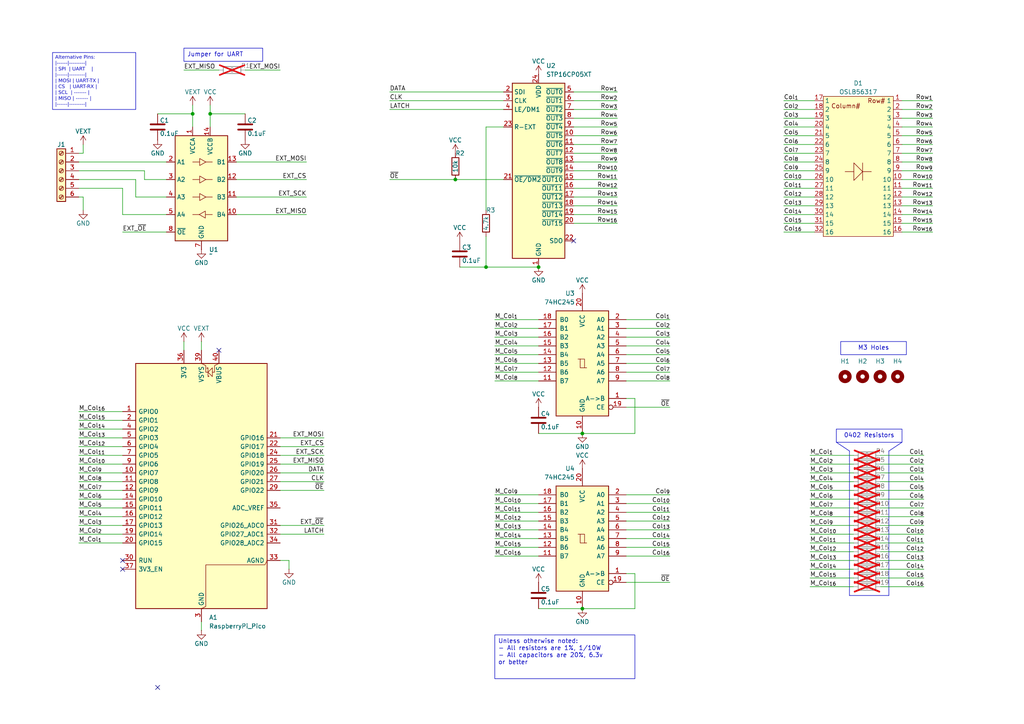
<source format=kicad_sch>
(kicad_sch (version 20231120) (generator "eeschema") (generator_version "8.0")
  (paper "A4")
  (title_block (title "OSLB56317 Driver") (date "2024-12-09") (rev "A") (comment 1 "Jamal Bouajjaj"))
  (lib_symbols
    (symbol "74xx:74HC245" (pin_names (offset 1.016))
      (property "Reference" "U" (at -7.62 16.51 0))
      (property "Value" "74HC245" (at -7.62 -16.51 0))
      (symbol "74HC245_1_0"
        (polyline (pts (xy -0.635 -1.27) (xy -0.635 1.27) (xy 0.635 1.27)))
        (polyline (pts (xy -1.27 -1.27) (xy 0.635 -1.27) (xy 0.635 1.27) (xy 1.27 1.27)))
        (pin input line (at -12.7 -10.16 0) (length 5.08) (name "A->B") (number "1"))
        (pin power_in line (at 0 -20.32 90) (length 5.08) (name "GND") (number "10"))
        (pin tri_state line (at 12.7 -5.08 180) (length 5.08) (name "B7") (number "11"))
        (pin tri_state line (at 12.7 -2.54 180) (length 5.08) (name "B6") (number "12"))
        (pin tri_state line (at 12.7 0 180) (length 5.08) (name "B5") (number "13"))
        (pin tri_state line (at 12.7 2.54 180) (length 5.08) (name "B4") (number "14"))
        (pin tri_state line (at 12.7 5.08 180) (length 5.08) (name "B3") (number "15"))
        (pin tri_state line (at 12.7 7.62 180) (length 5.08) (name "B2") (number "16"))
        (pin tri_state line (at 12.7 10.16 180) (length 5.08) (name "B1") (number "17"))
        (pin tri_state line (at 12.7 12.7 180) (length 5.08) (name "B0") (number "18"))
        (pin input inverted (at -12.7 -12.7 0) (length 5.08) (name "CE") (number "19"))
        (pin tri_state line (at -12.7 12.7 0) (length 5.08) (name "A0") (number "2"))
        (pin power_in line (at 0 20.32 270) (length 5.08) (name "VCC") (number "20"))
        (pin tri_state line (at -12.7 10.16 0) (length 5.08) (name "A1") (number "3"))
        (pin tri_state line (at -12.7 7.62 0) (length 5.08) (name "A2") (number "4"))
        (pin tri_state line (at -12.7 5.08 0) (length 5.08) (name "A3") (number "5"))
        (pin tri_state line (at -12.7 2.54 0) (length 5.08) (name "A4") (number "6"))
        (pin tri_state line (at -12.7 0 0) (length 5.08) (name "A5") (number "7"))
        (pin tri_state line (at -12.7 -2.54 0) (length 5.08) (name "A6") (number "8"))
        (pin tri_state line (at -12.7 -5.08 0) (length 5.08) (name "A7") (number "9"))
      )
      (symbol "74HC245_1_1"
        (rectangle (start -7.62 15.24) (end 7.62 -15.24) (stroke (width 0.254)) (fill (type background)))
      )
    )
    (symbol "Connector:Screw_Terminal_01x06" (pin_names (offset 1.016) hide)
      (property "Reference" "J" (at 0 7.62 0))
      (property "Value" "Screw_Terminal_01x06" (at 0 -10.16 0))
      (symbol "Screw_Terminal_01x06_1_1"
        (rectangle (start -1.27 6.35) (end 1.27 -8.89) (stroke (width 0.254)) (fill (type background)))
        (circle (center 0 -7.62) (radius 0.635) (stroke (width 0.1524)))
        (circle (center 0 -5.08) (radius 0.635) (stroke (width 0.1524)))
        (circle (center 0 -2.54) (radius 0.635) (stroke (width 0.1524)))
        (polyline (pts (xy -0.5334 -7.2898) (xy 0.3302 -8.128)) (stroke (width 0.1524)))
        (polyline (pts (xy -0.5334 -4.7498) (xy 0.3302 -5.588)) (stroke (width 0.1524)))
        (polyline (pts (xy -0.5334 -2.2098) (xy 0.3302 -3.048)) (stroke (width 0.1524)))
        (polyline (pts (xy -0.5334 0.3302) (xy 0.3302 -0.508)) (stroke (width 0.1524)))
        (polyline (pts (xy -0.5334 2.8702) (xy 0.3302 2.032)) (stroke (width 0.1524)))
        (polyline (pts (xy -0.5334 5.4102) (xy 0.3302 4.572)) (stroke (width 0.1524)))
        (polyline (pts (xy -0.3556 -7.112) (xy 0.508 -7.9502)) (stroke (width 0.1524)))
        (polyline (pts (xy -0.3556 -4.572) (xy 0.508 -5.4102)) (stroke (width 0.1524)))
        (polyline (pts (xy -0.3556 -2.032) (xy 0.508 -2.8702)) (stroke (width 0.1524)))
        (polyline (pts (xy -0.3556 0.508) (xy 0.508 -0.3302)) (stroke (width 0.1524)))
        (polyline (pts (xy -0.3556 3.048) (xy 0.508 2.2098)) (stroke (width 0.1524)))
        (polyline (pts (xy -0.3556 5.588) (xy 0.508 4.7498)) (stroke (width 0.1524)))
        (circle (center 0 0) (radius 0.635) (stroke (width 0.1524)))
        (circle (center 0 2.54) (radius 0.635) (stroke (width 0.1524)))
        (circle (center 0 5.08) (radius 0.635) (stroke (width 0.1524)))
        (pin passive line (at -5.08 5.08 0) (length 3.81) (name "Pin_1") (number "1"))
        (pin passive line (at -5.08 2.54 0) (length 3.81) (name "Pin_2") (number "2"))
        (pin passive line (at -5.08 0 0) (length 3.81) (name "Pin_3") (number "3"))
        (pin passive line (at -5.08 -2.54 0) (length 3.81) (name "Pin_4") (number "4"))
        (pin passive line (at -5.08 -5.08 0) (length 3.81) (name "Pin_5") (number "5"))
        (pin passive line (at -5.08 -7.62 0) (length 3.81) (name "Pin_6") (number "6"))
      )
    )
    (symbol "Device:C" (pin_numbers hide) (pin_names (offset 0.254))
      (property "Reference" "C" (at 0.635 2.54 0))
      (property "Value" "C" (at 0.635 -2.54 0))
      (symbol "C_0_1"
        (polyline (pts (xy -2.032 -0.762) (xy 2.032 -0.762)) (stroke (width 0.508)))
        (polyline (pts (xy -2.032 0.762) (xy 2.032 0.762)) (stroke (width 0.508)))
      )
      (symbol "C_1_1"
        (pin passive line (at 0 3.81 270) (length 2.794) (name "~") (number "1"))
        (pin passive line (at 0 -3.81 90) (length 2.794) (name "~") (number "2"))
      )
    )
    (symbol "Device:R" (pin_numbers hide) (pin_names (offset 0))
      (property "Reference" "R" (at 2.032 0 90))
      (property "Value" "R" (at 0 0 90))
      (symbol "R_0_1"
        (rectangle (start -1.016 -2.54) (end 1.016 2.54) (stroke (width 0.254)))
      )
      (symbol "R_1_1"
        (pin passive line (at 0 3.81 270) (length 1.27) (name "~") (number "1"))
        (pin passive line (at 0 -3.81 90) (length 1.27) (name "~") (number "2"))
      )
    )
    (symbol "Driver_LED:STP16CP05XT"
      (property "Reference" "U" (at -7.62 26.67 0))
      (property "Value" "STP16CP05XT" (at 1.27 26.67 0))
      (symbol "STP16CP05XT_0_1"
        (rectangle (start -7.62 25.4) (end 7.62 -25.4) (stroke (width 0.254)) (fill (type background)))
      )
      (symbol "STP16CP05XT_1_1"
        (pin power_in line (at 0 -27.94 90) (length 2.54) (name "GND") (number "1"))
        (pin output line (at 10.16 10.16 180) (length 2.54) (name "~{OUT5}") (number "10"))
        (pin output line (at 10.16 7.62 180) (length 2.54) (name "~{OUT6}") (number "11"))
        (pin output line (at 10.16 5.08 180) (length 2.54) (name "~{OUT7}") (number "12"))
        (pin output line (at 10.16 2.54 180) (length 2.54) (name "~{OUT8}") (number "13"))
        (pin output line (at 10.16 0 180) (length 2.54) (name "~{OUT9}") (number "14"))
        (pin output line (at 10.16 -2.54 180) (length 2.54) (name "~{OUT10}") (number "15"))
        (pin output line (at 10.16 -5.08 180) (length 2.54) (name "~{OUT11}") (number "16"))
        (pin output line (at 10.16 -7.62 180) (length 2.54) (name "~{OUT12}") (number "17"))
        (pin output line (at 10.16 -10.16 180) (length 2.54) (name "~{OUT13}") (number "18"))
        (pin output line (at 10.16 -12.7 180) (length 2.54) (name "~{OUT14}") (number "19"))
        (pin input line (at -10.16 22.86 0) (length 2.54) (name "SDI") (number "2"))
        (pin output line (at 10.16 -15.24 180) (length 2.54) (name "~{OUT15}") (number "20"))
        (pin input line (at -10.16 -2.54 0) (length 2.54) (name "~{OE/DM2}") (number "21"))
        (pin output line (at 10.16 -20.32 180) (length 2.54) (name "SDO") (number "22"))
        (pin passive line (at -10.16 12.7 0) (length 2.54) (name "R-EXT") (number "23"))
        (pin power_in line (at 0 27.94 270) (length 2.54) (name "VDD") (number "24"))
        (pin passive line (at 0 -27.94 90) (length 2.54) hide (name "GND") (number "25"))
        (pin input line (at -10.16 20.32 0) (length 2.54) (name "CLK") (number "3"))
        (pin input line (at -10.16 17.78 0) (length 2.54) (name "LE/DM1") (number "4"))
        (pin output line (at 10.16 22.86 180) (length 2.54) (name "~{OUT0}") (number "5"))
        (pin output line (at 10.16 20.32 180) (length 2.54) (name "~{OUT1}") (number "6"))
        (pin output line (at 10.16 17.78 180) (length 2.54) (name "~{OUT2}") (number "7"))
        (pin output line (at 10.16 15.24 180) (length 2.54) (name "~{OUT3}") (number "8"))
        (pin output line (at 10.16 12.7 180) (length 2.54) (name "~{OUT4}") (number "9"))
      )
    )
    (symbol "MCU_Module_RaspberryPi_Pico:RaspberryPi_Pico" (pin_names (offset 0.762))
      (property "Reference" "A" (at -19.05 38.1 0))
      (property "Value" "RaspberryPi_Pico" (at 7.62 38.1 0))
      (symbol "RaspberryPi_Pico_0_1"
        (rectangle (start -19.05 36.83) (end 19.05 -34.29) (stroke (width 0.254)) (fill (type background)))
        (polyline (pts (xy 0 36.83) (xy 1.27 36.195) (xy 1.27 34.29) (xy 1.905 34.29)))
        (polyline (pts (xy 1.905 34.29) (xy 3.175 35.56) (xy 3.175 33.02) (xy 1.905 34.29)))
        (polyline (pts (xy 5.08 36.83) (xy 3.81 36.195) (xy 3.81 34.29) (xy 3.175 34.29)))
        (polyline (pts (xy 0 -34.29) (xy 1.27 -33.655) (xy 1.27 -21.59) (xy 18.415 -21.59) (xy 19.05 -20.32)))
        (polyline (pts (xy 1.651 35.306) (xy 1.651 35.56) (xy 1.905 35.56) (xy 1.905 33.02) (xy 2.159 33.02) (xy 2.159 33.274)))
      )
      (symbol "RaspberryPi_Pico_1_1"
        (pin bidirectional line (at -22.86 22.86 0) (length 3.81) (name "GPIO0") (number "1"))
        (pin bidirectional line (at -22.86 5.08 0) (length 3.81) (name "GPIO7") (number "10"))
        (pin bidirectional line (at -22.86 2.54 0) (length 3.81) (name "GPIO8") (number "11"))
        (pin bidirectional line (at -22.86 0 0) (length 3.81) (name "GPIO9") (number "12"))
        (pin passive line (at 0 -38.1 90) (length 3.81) hide (name "GND") (number "13"))
        (pin bidirectional line (at -22.86 -2.54 0) (length 3.81) (name "GPIO10") (number "14"))
        (pin bidirectional line (at -22.86 -5.08 0) (length 3.81) (name "GPIO11") (number "15"))
        (pin bidirectional line (at -22.86 -7.62 0) (length 3.81) (name "GPIO12") (number "16"))
        (pin bidirectional line (at -22.86 -10.16 0) (length 3.81) (name "GPIO13") (number "17"))
        (pin passive line (at 0 -38.1 90) (length 3.81) hide (name "GND") (number "18"))
        (pin bidirectional line (at -22.86 -12.7 0) (length 3.81) (name "GPIO14") (number "19"))
        (pin bidirectional line (at -22.86 20.32 0) (length 3.81) (name "GPIO1") (number "2"))
        (pin bidirectional line (at -22.86 -15.24 0) (length 3.81) (name "GPIO15") (number "20"))
        (pin bidirectional line (at 22.86 15.24 180) (length 3.81) (name "GPIO16") (number "21"))
        (pin bidirectional line (at 22.86 12.7 180) (length 3.81) (name "GPIO17") (number "22"))
        (pin passive line (at 0 -38.1 90) (length 3.81) hide (name "GND") (number "23"))
        (pin bidirectional line (at 22.86 10.16 180) (length 3.81) (name "GPIO18") (number "24"))
        (pin bidirectional line (at 22.86 7.62 180) (length 3.81) (name "GPIO19") (number "25"))
        (pin bidirectional line (at 22.86 5.08 180) (length 3.81) (name "GPIO20") (number "26"))
        (pin bidirectional line (at 22.86 2.54 180) (length 3.81) (name "GPIO21") (number "27"))
        (pin passive line (at 0 -38.1 90) (length 3.81) hide (name "GND") (number "28"))
        (pin bidirectional line (at 22.86 0 180) (length 3.81) (name "GPIO22") (number "29"))
        (pin power_out line (at 0 -38.1 90) (length 3.81) (name "GND") (number "3"))
        (pin input line (at -22.86 -20.32 0) (length 3.81) (name "RUN") (number "30"))
        (pin bidirectional line (at 22.86 -10.16 180) (length 3.81) (name "GPIO26_ADC0") (number "31"))
        (pin bidirectional line (at 22.86 -12.7 180) (length 3.81) (name "GPIO27_ADC1") (number "32"))
        (pin power_out line (at 22.86 -20.32 180) (length 3.81) (name "AGND") (number "33"))
        (pin bidirectional line (at 22.86 -15.24 180) (length 3.81) (name "GPIO28_ADC2") (number "34"))
        (pin power_in line (at 22.86 -5.08 180) (length 3.81) (name "ADC_VREF") (number "35"))
        (pin power_out line (at -5.08 40.64 270) (length 3.81) (name "3V3") (number "36"))
        (pin input line (at -22.86 -22.86 0) (length 3.81) (name "3V3_EN") (number "37"))
        (pin passive line (at 0 -38.1 90) (length 3.81) hide (name "GND") (number "38"))
        (pin power_in line (at 0 40.64 270) (length 3.81) (name "VSYS") (number "39"))
        (pin bidirectional line (at -22.86 17.78 0) (length 3.81) (name "GPIO2") (number "4"))
        (pin power_out line (at 5.08 40.64 270) (length 3.81) (name "VBUS") (number "40"))
        (pin bidirectional line (at -22.86 15.24 0) (length 3.81) (name "GPIO3") (number "5"))
        (pin bidirectional line (at -22.86 12.7 0) (length 3.81) (name "GPIO4") (number "6"))
        (pin bidirectional line (at -22.86 10.16 0) (length 3.81) (name "GPIO5") (number "7"))
        (pin passive line (at 0 -38.1 90) (length 3.81) hide (name "GND") (number "8"))
        (pin bidirectional line (at -22.86 7.62 0) (length 3.81) (name "GPIO6") (number "9"))
      )
    )
    (symbol "Mechanical:MountingHole" (pin_names (offset 1.016)) (exclude_from_sim yes) (in_bom no)
      (property "Reference" "H" (at 0 5.08 0))
      (property "Value" "MountingHole" (at 0 3.175 0))
      (symbol "MountingHole_0_1"
        (circle (center 0 0) (radius 1.27) (stroke (width 1.27)))
      )
    )
    (symbol "ProjectLib:OSLB56317"
      (property "Reference" "D" (at -9.144 25.146 0))
      (symbol "OSLB56317_0_1"
        (polyline (pts (xy -1.27 2.286) (xy -3.81 2.286)))
        (polyline (pts (xy 1.27 2.286) (xy 3.81 2.286)))
        (polyline (pts (xy 1.27 4.826) (xy 1.27 -0.254)))
        (polyline (pts (xy 1.27 2.286) (xy -1.27 4.826) (xy -1.27 -0.254) (xy 1.27 2.286)))
      )
      (symbol "OSLB56317_1_1"
        (rectangle (start -10.16 24.13) (end 10.16 -16.51) (fill (type background)))
        (text "Column#" (at -7.874 21.336 0) (effects (font (size 1.27 1.27)) (justify left)))
        (text "Row#" (at 7.874 22.86 0) (effects (font (size 1.27 1.27)) (justify right)))
        (pin unspecified line (at 12.7 22.86 180) (length 2.54) (name "1") (number "1"))
        (pin unspecified line (at 12.7 0 180) (length 2.54) (name "10") (number "10"))
        (pin unspecified line (at 12.7 -2.54 180) (length 2.54) (name "11") (number "11"))
        (pin unspecified line (at 12.7 -5.08 180) (length 2.54) (name "12") (number "12"))
        (pin unspecified line (at 12.7 -7.62 180) (length 2.54) (name "13") (number "13"))
        (pin unspecified line (at 12.7 -10.16 180) (length 2.54) (name "14") (number "14"))
        (pin unspecified line (at 12.7 -12.7 180) (length 2.54) (name "15") (number "15"))
        (pin unspecified line (at 12.7 -15.24 180) (length 2.54) (name "16") (number "16"))
        (pin unspecified line (at -12.7 22.86 0) (length 2.54) (name "1") (number "17"))
        (pin unspecified line (at -12.7 20.32 0) (length 2.54) (name "2") (number "18"))
        (pin unspecified line (at -12.7 17.78 0) (length 2.54) (name "3") (number "19"))
        (pin unspecified line (at 12.7 20.32 180) (length 2.54) (name "2") (number "2"))
        (pin unspecified line (at -12.7 15.24 0) (length 2.54) (name "4") (number "20"))
        (pin unspecified line (at -12.7 12.7 0) (length 2.54) (name "5") (number "21"))
        (pin unspecified line (at -12.7 10.16 0) (length 2.54) (name "6") (number "22"))
        (pin unspecified line (at -12.7 7.62 0) (length 2.54) (name "7") (number "23"))
        (pin unspecified line (at -12.7 5.08 0) (length 2.54) (name "8") (number "24"))
        (pin unspecified line (at -12.7 2.54 0) (length 2.54) (name "9") (number "25"))
        (pin unspecified line (at -12.7 0 0) (length 2.54) (name "10") (number "26"))
        (pin unspecified line (at -12.7 -2.54 0) (length 2.54) (name "11") (number "27"))
        (pin unspecified line (at -12.7 -5.08 0) (length 2.54) (name "12") (number "28"))
        (pin unspecified line (at -12.7 -7.62 0) (length 2.54) (name "13") (number "29"))
        (pin unspecified line (at 12.7 17.78 180) (length 2.54) (name "3") (number "3"))
        (pin unspecified line (at -12.7 -10.16 0) (length 2.54) (name "14") (number "30"))
        (pin unspecified line (at -12.7 -12.7 0) (length 2.54) (name "15") (number "31"))
        (pin unspecified line (at -12.7 -15.24 0) (length 2.54) (name "16") (number "32"))
        (pin unspecified line (at 12.7 15.24 180) (length 2.54) (name "4") (number "4"))
        (pin unspecified line (at 12.7 12.7 180) (length 2.54) (name "5") (number "5"))
        (pin unspecified line (at 12.7 10.16 180) (length 2.54) (name "6") (number "6"))
        (pin unspecified line (at 12.7 7.62 180) (length 2.54) (name "7") (number "7"))
        (pin unspecified line (at 12.7 5.08 180) (length 2.54) (name "8") (number "8"))
        (pin unspecified line (at 12.7 2.54 180) (length 2.54) (name "9") (number "9"))
      )
    )
    (symbol "ProjectLib:TXU0304PWR"
      (property "Reference" "U" (at 6.858 16.256 0))
      (symbol "TXU0304PWR_0_1"
        (rectangle (start -7.62 15.24) (end 7.62 -15.24) (stroke (width 0.254)) (fill (type background)))
        (polyline (pts (xy -2.54 -2.54) (xy -0.635 -2.54)))
        (polyline (pts (xy -2.54 2.54) (xy -0.635 2.54)))
        (polyline (pts (xy -2.54 7.62) (xy -0.635 7.62)))
        (polyline (pts (xy -0.635 -7.62) (xy -2.54 -7.62)))
        (polyline (pts (xy 1.27 -2.54) (xy 3.175 -2.54)))
        (polyline (pts (xy 1.27 2.54) (xy 3.175 2.54)))
        (polyline (pts (xy 1.27 7.62) (xy 3.175 7.62)))
        (polyline (pts (xy 3.175 -7.62) (xy 1.27 -7.62)))
        (polyline (pts (xy -0.635 -7.62) (xy 1.143 -6.604) (xy 1.143 -8.636) (xy -0.635 -7.62)))
        (polyline (pts (xy 1.27 -2.54) (xy -0.508 -3.556) (xy -0.508 -1.524) (xy 1.27 -2.54)))
        (polyline (pts (xy 1.27 2.54) (xy -0.508 1.524) (xy -0.508 3.556) (xy 1.27 2.54)))
        (polyline (pts (xy 1.27 7.62) (xy -0.508 6.604) (xy -0.508 8.636) (xy 1.27 7.62)))
      )
      (symbol "TXU0304PWR_1_1"
        (pin power_in line (at -2.54 17.78 270) (length 2.54) (name "VCCA") (number "1"))
        (pin input line (at 10.16 -7.62 180) (length 2.54) (name "B4") (number "10"))
        (pin output line (at 10.16 -2.54 180) (length 2.54) (name "B3") (number "11"))
        (pin output line (at 10.16 2.54 180) (length 2.54) (name "B2") (number "12"))
        (pin output line (at 10.16 7.62 180) (length 2.54) (name "B1") (number "13"))
        (pin power_in line (at 2.54 17.78 270) (length 2.54) (name "VCCB") (number "14"))
        (pin input line (at -10.16 7.62 0) (length 2.54) (name "A1") (number "2"))
        (pin input line (at -10.16 2.54 0) (length 2.54) (name "A2") (number "3"))
        (pin input line (at -10.16 -2.54 0) (length 2.54) (name "A3") (number "4"))
        (pin output line (at -10.16 -7.62 0) (length 2.54) (name "A4") (number "5"))
        (pin no_connect line (at 10.16 -12.7 180) (length 2.54) hide (name "NC") (number "6"))
        (pin power_in line (at 0 -17.78 90) (length 2.54) (name "GND") (number "7"))
        (pin input line (at -10.16 -12.7 0) (length 2.54) (name "~{OE}") (number "8"))
        (pin no_connect line (at 10.16 -12.7 180) (length 2.54) hide (name "NC") (number "9"))
      )
    )
    (symbol "power:+5V" (power) (pin_numbers hide) (pin_names (offset 0) hide)
      (property "Value" "+5V" (at 0 3.556 0))
      (symbol "+5V_0_1"
        (polyline (pts (xy -0.762 1.27) (xy 0 2.54)))
        (polyline (pts (xy 0 0) (xy 0 2.54)))
        (polyline (pts (xy 0 2.54) (xy 0.762 1.27)))
      )
      (symbol "+5V_1_1"
        (pin power_in line (at 0 0 90) (length 0) (name "~") (number "1"))
      )
    )
    (symbol "power:GND" (power) (pin_numbers hide) (pin_names (offset 0) hide)
      (property "Value" "GND" (at 0 -3.81 0))
      (symbol "GND_0_1"
        (polyline (pts (xy 0 0) (xy 0 -1.27) (xy 1.27 -1.27) (xy 0 -2.54) (xy -1.27 -1.27) (xy 0 -1.27)))
      )
      (symbol "GND_1_1"
        (pin power_in line (at 0 0 270) (length 0) (name "~") (number "1"))
      )
    )
    (symbol "power:VCC" (power) (pin_numbers hide) (pin_names (offset 0) hide)
      (property "Value" "VCC" (at 0 3.556 0))
      (symbol "VCC_0_1"
        (polyline (pts (xy -0.762 1.27) (xy 0 2.54)))
        (polyline (pts (xy 0 0) (xy 0 2.54)))
        (polyline (pts (xy 0 2.54) (xy 0.762 1.27)))
      )
      (symbol "VCC_1_1"
        (pin power_in line (at 0 0 90) (length 0) (name "~") (number "1"))
      )
    )
  )
  (junction (at 156.21 77.47))
  (junction (at 60.96 33.02))
  (junction (at 168.91 176.53))
  (junction (at 140.97 77.47))
  (junction (at 132.08 52.07))
  (junction (at 168.91 125.73))
  (junction (at 55.88 33.02))
  (no_connect (at 45.72 199.39))
  (no_connect (at 63.5 101.6))
  (no_connect (at 35.56 162.56))
  (no_connect (at 35.56 165.1))
  (no_connect (at 166.37 69.85))
  (wire (pts (xy 227.33 39.37) (xy 236.22 39.37)))
  (wire (pts (xy 255.27 167.64) (xy 267.97 167.64)))
  (wire (pts (xy 184.15 125.73) (xy 184.15 115.57)))
  (wire (pts (xy 166.37 49.53) (xy 179.07 49.53)))
  (wire (pts (xy 184.15 166.37) (xy 181.61 166.37)))
  (wire (pts (xy 140.97 60.96) (xy 140.97 36.83)))
  (wire (pts (xy 181.61 105.41) (xy 194.31 105.41)))
  (wire (pts (xy 35.56 134.62) (xy 22.86 134.62)))
  (wire (pts (xy 22.86 44.45) (xy 24.13 44.45)))
  (wire (pts (xy 68.58 46.99) (xy 88.9 46.99)))
  (wire (pts (xy 41.91 49.53) (xy 41.91 52.07)))
  (wire (pts (xy 181.61 161.29) (xy 194.31 161.29)))
  (wire (pts (xy 68.58 52.07) (xy 88.9 52.07)))
  (wire (pts (xy 55.88 30.48) (xy 55.88 33.02)))
  (wire (pts (xy 81.28 154.94) (xy 93.98 154.94)))
  (wire (pts (xy 166.37 36.83) (xy 179.07 36.83)))
  (wire (pts (xy 227.33 62.23) (xy 236.22 62.23)))
  (wire (pts (xy 227.33 49.53) (xy 236.22 49.53)))
  (wire (pts (xy 247.65 162.56) (xy 234.95 162.56)))
  (wire (pts (xy 156.21 151.13) (xy 143.51 151.13)))
  (wire (pts (xy 113.03 29.21) (xy 146.05 29.21)))
  (wire (pts (xy 181.61 153.67) (xy 194.31 153.67)))
  (wire (pts (xy 255.27 149.86) (xy 267.97 149.86)))
  (polyline (pts (xy 257.81 172.72) (xy 257.81 130.81)))
  (wire (pts (xy 81.28 152.4) (xy 93.98 152.4)))
  (wire (pts (xy 113.03 31.75) (xy 146.05 31.75)))
  (wire (pts (xy 156.21 97.79) (xy 143.51 97.79)))
  (wire (pts (xy 58.42 99.06) (xy 58.42 101.6)))
  (wire (pts (xy 53.34 20.32) (xy 63.5 20.32)))
  (wire (pts (xy 45.72 33.02) (xy 55.88 33.02)))
  (wire (pts (xy 48.26 67.31) (xy 35.56 67.31)))
  (wire (pts (xy 35.56 54.61) (xy 35.56 62.23)))
  (wire (pts (xy 68.58 57.15) (xy 88.9 57.15)))
  (wire (pts (xy 261.62 41.91) (xy 270.51 41.91)))
  (wire (pts (xy 194.31 168.91) (xy 181.61 168.91)))
  (wire (pts (xy 255.27 170.18) (xy 267.97 170.18)))
  (wire (pts (xy 41.91 52.07) (xy 48.26 52.07)))
  (wire (pts (xy 35.56 129.54) (xy 22.86 129.54)))
  (wire (pts (xy 166.37 34.29) (xy 179.07 34.29)))
  (wire (pts (xy 166.37 29.21) (xy 179.07 29.21)))
  (wire (pts (xy 156.21 105.41) (xy 143.51 105.41)))
  (wire (pts (xy 133.35 77.47) (xy 140.97 77.47)))
  (wire (pts (xy 83.82 165.1) (xy 83.82 162.56)))
  (wire (pts (xy 156.21 95.25) (xy 143.51 95.25)))
  (wire (pts (xy 81.28 139.7) (xy 93.98 139.7)))
  (wire (pts (xy 184.15 115.57) (xy 181.61 115.57)))
  (wire (pts (xy 247.65 134.62) (xy 234.95 134.62)))
  (wire (pts (xy 132.08 52.07) (xy 146.05 52.07)))
  (wire (pts (xy 181.61 95.25) (xy 194.31 95.25)))
  (wire (pts (xy 247.65 167.64) (xy 234.95 167.64)))
  (wire (pts (xy 113.03 52.07) (xy 132.08 52.07)))
  (wire (pts (xy 247.65 144.78) (xy 234.95 144.78)))
  (wire (pts (xy 261.62 67.31) (xy 270.51 67.31)))
  (wire (pts (xy 181.61 151.13) (xy 194.31 151.13)))
  (wire (pts (xy 68.58 62.23) (xy 88.9 62.23)))
  (wire (pts (xy 227.33 41.91) (xy 236.22 41.91)))
  (wire (pts (xy 166.37 26.67) (xy 179.07 26.67)))
  (wire (pts (xy 181.61 110.49) (xy 194.31 110.49)))
  (wire (pts (xy 166.37 46.99) (xy 179.07 46.99)))
  (wire (pts (xy 81.28 127) (xy 93.98 127)))
  (wire (pts (xy 261.62 49.53) (xy 270.51 49.53)))
  (wire (pts (xy 261.62 29.21) (xy 270.51 29.21)))
  (wire (pts (xy 181.61 97.79) (xy 194.31 97.79)))
  (wire (pts (xy 35.56 121.92) (xy 22.86 121.92)))
  (wire (pts (xy 247.65 160.02) (xy 234.95 160.02)))
  (wire (pts (xy 166.37 52.07) (xy 179.07 52.07)))
  (wire (pts (xy 261.62 62.23) (xy 270.51 62.23)))
  (wire (pts (xy 140.97 36.83) (xy 146.05 36.83)))
  (wire (pts (xy 22.86 54.61) (xy 35.56 54.61)))
  (wire (pts (xy 71.12 20.32) (xy 81.28 20.32)))
  (wire (pts (xy 156.21 107.95) (xy 143.51 107.95)))
  (wire (pts (xy 60.96 30.48) (xy 60.96 33.02)))
  (wire (pts (xy 53.34 99.06) (xy 53.34 101.6)))
  (wire (pts (xy 35.56 157.48) (xy 22.86 157.48)))
  (wire (pts (xy 22.86 46.99) (xy 48.26 46.99)))
  (wire (pts (xy 255.27 154.94) (xy 267.97 154.94)))
  (wire (pts (xy 247.65 137.16) (xy 234.95 137.16)))
  (wire (pts (xy 261.62 31.75) (xy 270.51 31.75)))
  (wire (pts (xy 81.28 132.08) (xy 93.98 132.08)))
  (wire (pts (xy 247.65 152.4) (xy 234.95 152.4)))
  (wire (pts (xy 261.62 39.37) (xy 270.51 39.37)))
  (wire (pts (xy 227.33 67.31) (xy 236.22 67.31)))
  (wire (pts (xy 255.27 165.1) (xy 267.97 165.1)))
  (wire (pts (xy 227.33 57.15) (xy 236.22 57.15)))
  (wire (pts (xy 181.61 107.95) (xy 194.31 107.95)))
  (wire (pts (xy 181.61 148.59) (xy 194.31 148.59)))
  (wire (pts (xy 22.86 49.53) (xy 41.91 49.53)))
  (wire (pts (xy 166.37 31.75) (xy 179.07 31.75)))
  (wire (pts (xy 181.61 156.21) (xy 194.31 156.21)))
  (wire (pts (xy 81.28 142.24) (xy 93.98 142.24)))
  (wire (pts (xy 227.33 31.75) (xy 236.22 31.75)))
  (wire (pts (xy 35.56 144.78) (xy 22.86 144.78)))
  (wire (pts (xy 22.86 57.15) (xy 24.13 57.15)))
  (wire (pts (xy 227.33 64.77) (xy 236.22 64.77)))
  (wire (pts (xy 181.61 143.51) (xy 194.31 143.51)))
  (wire (pts (xy 247.65 132.08) (xy 234.95 132.08)))
  (wire (pts (xy 140.97 77.47) (xy 156.21 77.47)))
  (wire (pts (xy 255.27 139.7) (xy 267.97 139.7)))
  (wire (pts (xy 181.61 100.33) (xy 194.31 100.33)))
  (wire (pts (xy 247.65 139.7) (xy 234.95 139.7)))
  (wire (pts (xy 35.56 142.24) (xy 22.86 142.24)))
  (wire (pts (xy 35.56 147.32) (xy 22.86 147.32)))
  (wire (pts (xy 261.62 44.45) (xy 270.51 44.45)))
  (wire (pts (xy 156.21 102.87) (xy 143.51 102.87)))
  (wire (pts (xy 81.28 137.16) (xy 93.98 137.16)))
  (wire (pts (xy 60.96 33.02) (xy 60.96 36.83)))
  (wire (pts (xy 184.15 176.53) (xy 184.15 166.37)))
  (wire (pts (xy 227.33 36.83) (xy 236.22 36.83)))
  (wire (pts (xy 247.65 142.24) (xy 234.95 142.24)))
  (wire (pts (xy 247.65 157.48) (xy 234.95 157.48)))
  (polyline (pts (xy 257.81 130.81) (xy 261.62 128.27)))
  (wire (pts (xy 255.27 134.62) (xy 267.97 134.62)))
  (wire (pts (xy 166.37 39.37) (xy 179.07 39.37)))
  (wire (pts (xy 227.33 59.69) (xy 236.22 59.69)))
  (wire (pts (xy 261.62 59.69) (xy 270.51 59.69)))
  (wire (pts (xy 181.61 146.05) (xy 194.31 146.05)))
  (wire (pts (xy 261.62 36.83) (xy 270.51 36.83)))
  (wire (pts (xy 261.62 57.15) (xy 270.51 57.15)))
  (wire (pts (xy 247.65 170.18) (xy 234.95 170.18)))
  (wire (pts (xy 247.65 147.32) (xy 234.95 147.32)))
  (wire (pts (xy 156.21 92.71) (xy 143.51 92.71)))
  (wire (pts (xy 255.27 137.16) (xy 267.97 137.16)))
  (wire (pts (xy 227.33 54.61) (xy 236.22 54.61)))
  (wire (pts (xy 166.37 41.91) (xy 179.07 41.91)))
  (wire (pts (xy 247.65 149.86) (xy 234.95 149.86)))
  (wire (pts (xy 247.65 154.94) (xy 234.95 154.94)))
  (wire (pts (xy 35.56 152.4) (xy 22.86 152.4)))
  (wire (pts (xy 255.27 144.78) (xy 267.97 144.78)))
  (wire (pts (xy 24.13 44.45) (xy 24.13 41.91)))
  (wire (pts (xy 35.56 137.16) (xy 22.86 137.16)))
  (wire (pts (xy 227.33 46.99) (xy 236.22 46.99)))
  (wire (pts (xy 166.37 59.69) (xy 179.07 59.69)))
  (wire (pts (xy 35.56 139.7) (xy 22.86 139.7)))
  (wire (pts (xy 58.42 180.34) (xy 58.42 182.88)))
  (wire (pts (xy 39.37 57.15) (xy 48.26 57.15)))
  (wire (pts (xy 227.33 34.29) (xy 236.22 34.29)))
  (polyline (pts (xy 242.57 128.27) (xy 246.38 130.81)))
  (wire (pts (xy 39.37 52.07) (xy 39.37 57.15)))
  (wire (pts (xy 156.21 148.59) (xy 143.51 148.59)))
  (wire (pts (xy 166.37 57.15) (xy 179.07 57.15)))
  (wire (pts (xy 156.21 125.73) (xy 168.91 125.73)))
  (wire (pts (xy 261.62 34.29) (xy 270.51 34.29)))
  (wire (pts (xy 227.33 44.45) (xy 236.22 44.45)))
  (wire (pts (xy 35.56 119.38) (xy 22.86 119.38)))
  (wire (pts (xy 35.56 62.23) (xy 48.26 62.23)))
  (wire (pts (xy 140.97 77.47) (xy 140.97 68.58)))
  (wire (pts (xy 227.33 29.21) (xy 236.22 29.21)))
  (wire (pts (xy 255.27 157.48) (xy 267.97 157.48)))
  (wire (pts (xy 227.33 52.07) (xy 236.22 52.07)))
  (wire (pts (xy 261.62 46.99) (xy 270.51 46.99)))
  (wire (pts (xy 35.56 149.86) (xy 22.86 149.86)))
  (wire (pts (xy 156.21 110.49) (xy 143.51 110.49)))
  (wire (pts (xy 261.62 64.77) (xy 270.51 64.77)))
  (wire (pts (xy 247.65 165.1) (xy 234.95 165.1)))
  (wire (pts (xy 166.37 54.61) (xy 179.07 54.61)))
  (polyline (pts (xy 246.38 172.72) (xy 257.81 172.72)))
  (wire (pts (xy 113.03 26.67) (xy 146.05 26.67)))
  (wire (pts (xy 81.28 129.54) (xy 93.98 129.54)))
  (wire (pts (xy 255.27 160.02) (xy 267.97 160.02)))
  (wire (pts (xy 168.91 125.73) (xy 184.15 125.73)))
  (wire (pts (xy 35.56 127) (xy 22.86 127)))
  (wire (pts (xy 255.27 132.08) (xy 267.97 132.08)))
  (wire (pts (xy 60.96 33.02) (xy 71.12 33.02)))
  (wire (pts (xy 166.37 62.23) (xy 179.07 62.23)))
  (wire (pts (xy 83.82 162.56) (xy 81.28 162.56)))
  (wire (pts (xy 24.13 57.15) (xy 24.13 60.96)))
  (wire (pts (xy 35.56 154.94) (xy 22.86 154.94)))
  (wire (pts (xy 35.56 124.46) (xy 22.86 124.46)))
  (wire (pts (xy 35.56 132.08) (xy 22.86 132.08)))
  (wire (pts (xy 255.27 162.56) (xy 267.97 162.56)))
  (wire (pts (xy 156.21 156.21) (xy 143.51 156.21)))
  (wire (pts (xy 156.21 146.05) (xy 143.51 146.05)))
  (wire (pts (xy 181.61 102.87) (xy 194.31 102.87)))
  (wire (pts (xy 168.91 176.53) (xy 184.15 176.53)))
  (wire (pts (xy 156.21 153.67) (xy 143.51 153.67)))
  (wire (pts (xy 156.21 158.75) (xy 143.51 158.75)))
  (wire (pts (xy 181.61 158.75) (xy 194.31 158.75)))
  (wire (pts (xy 194.31 118.11) (xy 181.61 118.11)))
  (wire (pts (xy 261.62 52.07) (xy 270.51 52.07)))
  (wire (pts (xy 156.21 176.53) (xy 168.91 176.53)))
  (wire (pts (xy 166.37 64.77) (xy 179.07 64.77)))
  (wire (pts (xy 81.28 134.62) (xy 93.98 134.62)))
  (wire (pts (xy 156.21 143.51) (xy 143.51 143.51)))
  (wire (pts (xy 55.88 33.02) (xy 55.88 36.83)))
  (wire (pts (xy 181.61 92.71) (xy 194.31 92.71)))
  (wire (pts (xy 255.27 147.32) (xy 267.97 147.32)))
  (wire (pts (xy 22.86 52.07) (xy 39.37 52.07)))
  (polyline (pts (xy 246.38 130.81) (xy 246.38 172.72)))
  (wire (pts (xy 156.21 100.33) (xy 143.51 100.33)))
  (wire (pts (xy 255.27 152.4) (xy 267.97 152.4)))
  (wire (pts (xy 156.21 161.29) (xy 143.51 161.29)))
  (wire (pts (xy 166.37 44.45) (xy 179.07 44.45)))
  (wire (pts (xy 255.27 142.24) (xy 267.97 142.24)))
  (wire (pts (xy 261.62 54.61) (xy 270.51 54.61)))
  (text_box "M3 Holes" (at 243.84 99.06 0) (size 19.05 3.81) (effects (font (size 1.27 1.27)) (justify top)))
  (text_box "Alternative Pins:\n|------|---------|\n| SPI  | UART    |\n|------|---------|\n| MOSI | UART-TX |\n| CS   | UART-RX |\n| SCL  | ------- |\n| MISO | ------- |\n|------|---------|" (at 15.24 15.24 0) (size 24.13 16.51) (effects (font (size 1.016 1.016)) (justify left top)))
  (text_box "Unless otherwise noted:\n- All resistors are 1%, 1/10W\n- All capacitors are 20%, 6.3v\nor better" (at 143.51 184.15 0) (size 40.64 12.7) (effects (font (size 1.27 1.27)) (justify left top)))
  (text_box "0402 Resistors\n" (at 242.57 124.46 0) (size 19.05 3.81) (effects (font (size 1.27 1.27)) (justify top)))
  (text_box "Jumper for UART" (at 53.34 13.97 0) (size 22.86 3.81) (effects (font (size 1.27 1.27)) (justify left top)))
  (label "M_Col_{6}" (at 22.86 144.78 0))
  (label "Col_{6}" (at 267.97 144.78 180))
  (label "Col_{10}" (at 227.33 52.07 0))
  (label "Col_{13}" (at 194.31 153.67 180))
  (label "M_Col_{12}" (at 234.95 160.02 0))
  (label "M_Col_{6}" (at 234.95 144.78 0))
  (label "M_Col_{16}" (at 234.95 170.18 0))
  (label "Row_{8}" (at 270.51 46.99 180))
  (label "Row_{3}" (at 270.51 34.29 180))
  (label "Col_{16}" (at 267.97 170.18 180))
  (label "Col_{15}" (at 194.31 158.75 180))
  (label "M_Col_{5}" (at 22.86 147.32 0))
  (label "M_Col_{8}" (at 234.95 149.86 0))
  (label "Row_{15}" (at 179.07 62.23 180))
  (label "Col_{2}" (at 194.31 95.25 180))
  (label "M_Col_{16}" (at 143.51 161.29 0))
  (label "Row_{13}" (at 270.51 59.69 180))
  (label "M_Col_{13}" (at 143.51 153.67 0))
  (label "CLK" (at 93.98 139.7 180))
  (label "DATA" (at 113.03 26.67 0))
  (label "EXT_MISO" (at 53.34 20.32 0))
  (label "Row_{10}" (at 270.51 52.07 180))
  (label "M_Col_{7}" (at 22.86 142.24 0))
  (label "EXT_SCK" (at 88.9 57.15 180))
  (label "Row_{16}" (at 270.51 67.31 180))
  (label "LATCH" (at 93.98 154.94 180))
  (label "Col_{12}" (at 194.31 151.13 180))
  (label "Col_{3}" (at 267.97 137.16 180))
  (label "Row_{1}" (at 270.51 29.21 180))
  (label "Row_{11}" (at 179.07 52.07 180))
  (label "Row_{2}" (at 270.51 31.75 180))
  (label "Col_{14}" (at 194.31 156.21 180))
  (label "Row_{12}" (at 270.51 57.15 180))
  (label "M_Col_{14}" (at 234.95 165.1 0))
  (label "M_Col_{2}" (at 143.51 95.25 0))
  (label "Row_{7}" (at 270.51 44.45 180))
  (label "EXT_~{OE}" (at 93.98 152.4 180))
  (label "EXT_CS" (at 88.9 52.07 180))
  (label "Col_{16}" (at 227.33 67.31 0))
  (label "M_Col_{15}" (at 234.95 167.64 0))
  (label "Row_{6}" (at 270.51 41.91 180))
  (label "M_Col_{4}" (at 22.86 149.86 0))
  (label "M_Col_{11}" (at 22.86 132.08 0))
  (label "Row_{16}" (at 179.07 64.77 180))
  (label "Col_{4}" (at 194.31 100.33 180))
  (label "M_Col_{9}" (at 143.51 143.51 0))
  (label "M_Col_{14}" (at 22.86 124.46 0))
  (label "EXT_MISO" (at 93.98 134.62 180))
  (label "M_Col_{15}" (at 22.86 121.92 0))
  (label "Col_{2}" (at 227.33 31.75 0))
  (label "M_Col_{13}" (at 22.86 127 0))
  (label "M_Col_{9}" (at 234.95 152.4 0))
  (label "Row_{4}" (at 179.07 34.29 180))
  (label "M_Col_{8}" (at 22.86 139.7 0))
  (label "M_Col_{7}" (at 143.51 107.95 0))
  (label "M_Col_{12}" (at 143.51 151.13 0))
  (label "EXT_MOSI" (at 93.98 127 180))
  (label "~{OE}" (at 113.03 52.07 0))
  (label "M_Col_{2}" (at 234.95 134.62 0))
  (label "M_Col_{1}" (at 143.51 92.71 0))
  (label "LATCH" (at 113.03 31.75 0))
  (label "M_Col_{13}" (at 234.95 162.56 0))
  (label "M_Col_{8}" (at 143.51 110.49 0))
  (label "Col_{15}" (at 267.97 167.64 180))
  (label "M_Col_{6}" (at 143.51 105.41 0))
  (label "Col_{7}" (at 267.97 147.32 180))
  (label "Col_{3}" (at 227.33 34.29 0))
  (label "~{OE}" (at 194.31 118.11 180))
  (label "Col_{5}" (at 267.97 142.24 180))
  (label "Col_{4}" (at 227.33 36.83 0))
  (label "Row_{6}" (at 179.07 39.37 180))
  (label "Col_{11}" (at 227.33 54.61 0))
  (label "M_Col_{10}" (at 234.95 154.94 0))
  (label "Row_{14}" (at 179.07 59.69 180))
  (label "Col_{13}" (at 227.33 59.69 0))
  (label "M_Col_{10}" (at 22.86 134.62 0))
  (label "Row_{11}" (at 270.51 54.61 180))
  (label "Col_{3}" (at 194.31 97.79 180))
  (label "Col_{8}" (at 227.33 46.99 0))
  (label "M_Col_{9}" (at 22.86 137.16 0))
  (label "Col_{1}" (at 267.97 132.08 180))
  (label "Col_{2}" (at 267.97 134.62 180))
  (label "Col_{1}" (at 227.33 29.21 0))
  (label "Row_{2}" (at 179.07 29.21 180))
  (label "Row_{7}" (at 179.07 41.91 180))
  (label "Col_{9}" (at 267.97 152.4 180))
  (label "M_Col_{4}" (at 234.95 139.7 0))
  (label "M_Col_{3}" (at 143.51 97.79 0))
  (label "M_Col_{4}" (at 143.51 100.33 0))
  (label "Col_{6}" (at 227.33 41.91 0))
  (label "M_Col_{11}" (at 143.51 148.59 0))
  (label "Col_{8}" (at 194.31 110.49 180))
  (label "Row_{12}" (at 179.07 54.61 180))
  (label "M_Col_{12}" (at 22.86 129.54 0))
  (label "Col_{11}" (at 194.31 148.59 180))
  (label "Row_{15}" (at 270.51 64.77 180))
  (label "M_Col_{11}" (at 234.95 157.48 0))
  (label "M_Col_{1}" (at 22.86 157.48 0))
  (label "Col_{4}" (at 267.97 139.7 180))
  (label "Col_{13}" (at 267.97 162.56 180))
  (label "EXT_MOSI" (at 81.28 20.32 180))
  (label "Col_{10}" (at 194.31 146.05 180))
  (label "EXT_CS" (at 93.98 129.54 180))
  (label "M_Col_{10}" (at 143.51 146.05 0))
  (label "Col_{5}" (at 194.31 102.87 180))
  (label "~{OE}" (at 194.31 168.91 180))
  (label "Row_{4}" (at 270.51 36.83 180))
  (label "Col_{11}" (at 267.97 157.48 180))
  (label "Row_{10}" (at 179.07 49.53 180))
  (label "Row_{13}" (at 179.07 57.15 180))
  (label "EXT_MISO" (at 88.9 62.23 180))
  (label "M_Col_{1}" (at 234.95 132.08 0))
  (label "~{OE}" (at 93.98 142.24 180))
  (label "Col_{9}" (at 194.31 143.51 180))
  (label "Col_{5}" (at 227.33 39.37 0))
  (label "M_Col_{16}" (at 22.86 119.38 0))
  (label "Col_{14}" (at 267.97 165.1 180))
  (label "M_Col_{5}" (at 234.95 142.24 0))
  (label "Row_{8}" (at 179.07 44.45 180))
  (label "M_Col_{14}" (at 143.51 156.21 0))
  (label "Row_{5}" (at 179.07 36.83 180))
  (label "M_Col_{5}" (at 143.51 102.87 0))
  (label "Col_{7}" (at 194.31 107.95 180))
  (label "EXT_MOSI" (at 88.9 46.99 180))
  (label "Row_{1}" (at 179.07 26.67 180))
  (label "Col_{6}" (at 194.31 105.41 180))
  (label "M_Col_{2}" (at 22.86 154.94 0))
  (label "Row_{9}" (at 270.51 49.53 180))
  (label "Col_{12}" (at 267.97 160.02 180))
  (label "Row_{9}" (at 179.07 46.99 180))
  (label "Col_{10}" (at 267.97 154.94 180))
  (label "Row_{3}" (at 179.07 31.75 180))
  (label "DATA" (at 93.98 137.16 180))
  (label "Col_{9}" (at 227.33 49.53 0))
  (label "Col_{12}" (at 227.33 57.15 0))
  (label "M_Col_{15}" (at 143.51 158.75 0))
  (label "CLK" (at 113.03 29.21 0))
  (label "EXT_~{OE}" (at 35.56 67.31 0))
  (label "M_Col_{3}" (at 234.95 137.16 0))
  (label "M_Col_{3}" (at 22.86 152.4 0))
  (label "Col_{16}" (at 194.31 161.29 180))
  (label "Col_{7}" (at 227.33 44.45 0))
  (label "M_Col_{7}" (at 234.95 147.32 0))
  (label "Col_{14}" (at 227.33 62.23 0))
  (label "Col_{8}" (at 267.97 149.86 180))
  (label "Col_{1}" (at 194.31 92.71 180))
  (label "Row_{5}" (at 270.51 39.37 180))
  (label "Row_{14}" (at 270.51 62.23 180))
  (label "EXT_SCK" (at 93.98 132.08 180))
  (label "Col_{15}" (at 227.33 64.77 0))
  (symbol (lib_id "Device:R") (at 251.46 167.64 90) (unit 1) (dnp yes)
    (property "Reference" "R18" (at 254 166.37 90) (effects (justify right)))
    (property "Value" "0" (at 251.46 167.64 90))
    (property "Footprint" "Resistor_SMD:R_0402_1005Metric" (effects (hide yes)))
    (property "Description" "Resistor" (effects (hide yes)))
  )
  (symbol (lib_id "Device:R") (at 132.08 48.26 0) (unit 1)
    (property "Reference" "R2" (at 132.08 44.45 0) (effects (justify left)))
    (property "Value" "10k" (at 132.08 48.26 90))
    (property "Footprint" "Resistor_SMD:R_0805_2012Metric" (effects (hide yes)))
    (property "Description" "Resistor" (effects (hide yes)))
  )
  (symbol (lib_id "Device:C") (at 156.21 121.92 0) (unit 1)
    (property "Reference" "C4" (at 156.845 120.015 0) (effects (justify left)))
    (property "Value" "0.1uF" (at 156.845 123.825 0) (effects (justify left)))
    (property "Footprint" "Capacitor_SMD:C_0805_2012Metric" (effects (hide yes)))
    (property "Description" "Unpolarized capacitor" (effects (hide yes)))
  )
  (symbol (lib_id "Device:R") (at 251.46 170.18 90) (unit 1) (dnp yes)
    (property "Reference" "R19" (at 254 168.91 90) (effects (justify right)))
    (property "Value" "0" (at 251.46 170.18 90))
    (property "Footprint" "Resistor_SMD:R_0402_1005Metric" (effects (hide yes)))
    (property "Description" "Resistor" (effects (hide yes)))
  )
  (symbol (lib_id "ProjectLib:TXU0304PWR") (at 58.42 54.61 0) (unit 1)
    (property "Reference" "U1" (at 60.6141 72.39 0) (effects (justify left)))
    (property "Value" "~" (at 60.6141 73.66 0) (effects (justify left)))
    (property "Footprint" "Package_SO:TSSOP-14_4.4x5mm_P0.65mm" (effects (hide yes)))
    (property "Datasheet" "https://www.ti.com/lit/ds/symlink/txu0304.pdf" (effects (hide yes)))
  )
  (symbol (lib_id "Device:R") (at 67.31 20.32 90) (unit 1) (dnp yes)
    (property "Reference" "R1" (at 69.85 19.05 90) (effects (justify right)))
    (property "Value" "0" (at 67.31 20.32 90))
    (property "Footprint" "Resistor_SMD:R_0402_1005Metric" (effects (hide yes)))
    (property "Description" "Resistor" (effects (hide yes)))
  )
  (symbol (lib_id "Device:R") (at 140.97 64.77 0) (unit 1)
    (property "Reference" "R3" (at 140.97 60.96 0) (effects (justify left)))
    (property "Value" "4.7k" (at 140.97 64.77 90))
    (property "Footprint" "Resistor_SMD:R_0805_2012Metric" (effects (hide yes)))
    (property "Description" "Resistor" (effects (hide yes)))
  )
  (symbol (lib_id "Device:R") (at 251.46 154.94 90) (unit 1) (dnp yes)
    (property "Reference" "R13" (at 254 153.67 90) (effects (justify right)))
    (property "Value" "0" (at 251.46 154.94 90))
    (property "Footprint" "Resistor_SMD:R_0402_1005Metric" (effects (hide yes)))
    (property "Description" "Resistor" (effects (hide yes)))
  )
  (symbol (lib_id "ProjectLib:OSLB56317") (at 248.92 52.07 0) (unit 1)
    (property "Reference" "D1" (at 248.92 24.13 0))
    (property "Value" "OSLB56317" (at 248.92 26.67 0))
    (property "Footprint" "ProjectLib:OSLB56317-XX" (effects (hide yes)))
  )
  (symbol (lib_id "Mechanical:MountingHole") (at 255.27 109.22 0) (unit 1) (exclude_from_sim yes) (in_bom no)
    (property "Reference" "H3" (at 255.27 104.775 0))
    (property "Value" "MountingHole_Pad" (effects (hide yes)))
    (property "Footprint" "MountingHole:MountingHole_3.2mm_M3" (effects (hide yes)))
    (property "Description" "Mounting Hole without connection" (effects (hide yes)))
  )
  (symbol (lib_id "74xx:74HC245") (at 168.91 105.41 0) (mirror y) (unit 1)
    (property "Reference" "U3" (at 166.7159 85.09 0) (effects (justify left)))
    (property "Value" "74HC245" (at 166.7159 87.63 0) (effects (justify left)))
    (property "Footprint" "Package_SO:TSSOP-20_4.4x6.5mm_P0.65mm" (effects (hide yes)))
    (property "Datasheet" "http://www.ti.com/lit/gpn/sn74HC245" (effects (hide yes)))
    (property "Description" "Octal BUS Transceivers, 3-State outputs" (effects (hide yes)))
  )
  (symbol (lib_id "Device:C") (at 133.35 73.66 0) (unit 1)
    (property "Reference" "C3" (at 133.985 71.755 0) (effects (justify left)))
    (property "Value" "0.1uF" (at 133.985 75.565 0) (effects (justify left)))
    (property "Footprint" "Capacitor_SMD:C_0805_2012Metric" (effects (hide yes)))
    (property "Description" "Unpolarized capacitor" (effects (hide yes)))
  )
  (symbol (lib_id "power:VCC") (at 132.08 44.45 0) (unit 1)
    (property "Reference" "#PWR012" (effects (hide yes)))
    (property "Value" "VCC" (at 132.08 40.64 0))
    (property "Description" "Power symbol creates a global label with name \"VCC\"" (effects (hide yes)))
  )
  (symbol (lib_id "power:GND") (at 58.42 72.39 0) (unit 1)
    (property "Reference" "#PWR06" (effects (hide yes)))
    (property "Value" "GND" (at 58.42 76.2 0))
    (property "Description" "Power symbol creates a global label with name \"GND\" , ground" (effects (hide yes)))
  )
  (symbol (lib_id "Device:R") (at 251.46 139.7 90) (unit 1) (dnp yes)
    (property "Reference" "R7" (at 254 138.43 90) (effects (justify right)))
    (property "Value" "0" (at 251.46 139.7 90))
    (property "Footprint" "Resistor_SMD:R_0402_1005Metric" (effects (hide yes)))
    (property "Description" "Resistor" (effects (hide yes)))
  )
  (symbol (lib_id "Device:C") (at 156.21 172.72 0) (unit 1)
    (property "Reference" "C5" (at 156.845 170.815 0) (effects (justify left)))
    (property "Value" "0.1uF" (at 156.845 174.625 0) (effects (justify left)))
    (property "Footprint" "Capacitor_SMD:C_0805_2012Metric" (effects (hide yes)))
    (property "Description" "Unpolarized capacitor" (effects (hide yes)))
  )
  (symbol (lib_id "Device:C") (at 45.72 36.83 0) (unit 1)
    (property "Reference" "C1" (at 46.355 34.925 0) (effects (justify left)))
    (property "Value" "0.1uF" (at 46.355 38.735 0) (effects (justify left)))
    (property "Footprint" "Capacitor_SMD:C_0805_2012Metric" (effects (hide yes)))
    (property "Description" "Unpolarized capacitor" (effects (hide yes)))
  )
  (symbol (lib_id "power:GND") (at 168.91 176.53 0) (unit 1)
    (property "Reference" "#PWR021" (effects (hide yes)))
    (property "Value" "GND" (at 168.91 180.34 0))
    (property "Description" "Power symbol creates a global label with name \"GND\" , ground" (effects (hide yes)))
  )
  (symbol (lib_id "Device:R") (at 251.46 162.56 90) (unit 1) (dnp yes)
    (property "Reference" "R16" (at 254 161.29 90) (effects (justify right)))
    (property "Value" "0" (at 251.46 162.56 90))
    (property "Footprint" "Resistor_SMD:R_0402_1005Metric" (effects (hide yes)))
    (property "Description" "Resistor" (effects (hide yes)))
  )
  (symbol (lib_id "Device:C") (at 71.12 36.83 0) (unit 1)
    (property "Reference" "C2" (at 71.755 34.925 0) (effects (justify left)))
    (property "Value" "0.1uF" (at 71.755 38.735 0) (effects (justify left)))
    (property "Footprint" "Capacitor_SMD:C_0805_2012Metric" (effects (hide yes)))
    (property "Description" "Unpolarized capacitor" (effects (hide yes)))
  )
  (symbol (lib_id "Device:R") (at 251.46 152.4 90) (unit 1) (dnp yes)
    (property "Reference" "R12" (at 254 151.13 90) (effects (justify right)))
    (property "Value" "0" (at 251.46 152.4 90))
    (property "Footprint" "Resistor_SMD:R_0402_1005Metric" (effects (hide yes)))
    (property "Description" "Resistor" (effects (hide yes)))
  )
  (symbol (lib_id "Mechanical:MountingHole") (at 260.35 109.22 0) (unit 1) (exclude_from_sim yes) (in_bom no)
    (property "Reference" "H4" (at 260.35 104.775 0))
    (property "Value" "MountingHole_Pad" (effects (hide yes)))
    (property "Footprint" "MountingHole:MountingHole_3.2mm_M3" (effects (hide yes)))
    (property "Description" "Mounting Hole without connection" (effects (hide yes)))
  )
  (symbol (lib_id "power:+5V") (at 58.42 99.06 0) (unit 1)
    (property "Reference" "#PWR07" (effects (hide yes)))
    (property "Value" "VEXT" (at 58.42 95.25 0))
    (property "Description" "Power symbol creates a global label with name \"+5V\"" (effects (hide yes)))
  )
  (symbol (lib_id "Device:R") (at 251.46 134.62 90) (unit 1) (dnp yes)
    (property "Reference" "R5" (at 254 133.35 90) (effects (justify right)))
    (property "Value" "0" (at 251.46 134.62 90))
    (property "Footprint" "Resistor_SMD:R_0402_1005Metric" (effects (hide yes)))
    (property "Description" "Resistor" (effects (hide yes)))
  )
  (symbol (lib_id "power:VCC") (at 156.21 21.59 0) (unit 1)
    (property "Reference" "#PWR014" (effects (hide yes)))
    (property "Value" "VCC" (at 156.21 17.78 0))
    (property "Description" "Power symbol creates a global label with name \"VCC\"" (effects (hide yes)))
  )
  (symbol (lib_id "Device:R") (at 251.46 157.48 90) (unit 1) (dnp yes)
    (property "Reference" "R14" (at 254 156.21 90) (effects (justify right)))
    (property "Value" "0" (at 251.46 157.48 90))
    (property "Footprint" "Resistor_SMD:R_0402_1005Metric" (effects (hide yes)))
    (property "Description" "Resistor" (effects (hide yes)))
  )
  (symbol (lib_id "power:GND") (at 83.82 165.1 0) (unit 1)
    (property "Reference" "#PWR011" (effects (hide yes)))
    (property "Value" "GND" (at 83.82 168.91 0))
    (property "Description" "Power symbol creates a global label with name \"GND\" , ground" (effects (hide yes)))
  )
  (symbol (lib_id "Device:R") (at 251.46 147.32 90) (unit 1) (dnp yes)
    (property "Reference" "R10" (at 254 146.05 90) (effects (justify right)))
    (property "Value" "0" (at 251.46 147.32 90))
    (property "Footprint" "Resistor_SMD:R_0402_1005Metric" (effects (hide yes)))
    (property "Description" "Resistor" (effects (hide yes)))
  )
  (symbol (lib_id "power:GND") (at 156.21 77.47 0) (unit 1)
    (property "Reference" "#PWR015" (effects (hide yes)))
    (property "Value" "GND" (at 156.21 81.28 0))
    (property "Description" "Power symbol creates a global label with name \"GND\" , ground" (effects (hide yes)))
  )
  (symbol (lib_id "power:GND") (at 24.13 60.96 0) (unit 1)
    (property "Reference" "#PWR02" (effects (hide yes)))
    (property "Value" "GND" (at 24.13 64.77 0))
    (property "Description" "Power symbol creates a global label with name \"GND\" , ground" (effects (hide yes)))
  )
  (symbol (lib_id "power:VCC") (at 156.21 118.11 0) (unit 1)
    (property "Reference" "#PWR016" (effects (hide yes)))
    (property "Value" "VCC" (at 156.21 114.3 0))
    (property "Description" "Power symbol creates a global label with name \"VCC\"" (effects (hide yes)))
  )
  (symbol (lib_id "power:VCC") (at 168.91 85.09 0) (unit 1)
    (property "Reference" "#PWR018" (effects (hide yes)))
    (property "Value" "VCC" (at 168.91 81.28 0))
    (property "Description" "Power symbol creates a global label with name \"VCC\"" (effects (hide yes)))
  )
  (symbol (lib_id "Device:R") (at 251.46 144.78 90) (unit 1) (dnp yes)
    (property "Reference" "R9" (at 254 143.51 90) (effects (justify right)))
    (property "Value" "0" (at 251.46 144.78 90))
    (property "Footprint" "Resistor_SMD:R_0402_1005Metric" (effects (hide yes)))
    (property "Description" "Resistor" (effects (hide yes)))
  )
  (symbol (lib_id "power:VCC") (at 53.34 99.06 0) (unit 1)
    (property "Reference" "#PWR04" (effects (hide yes)))
    (property "Value" "VCC" (at 53.34 95.25 0))
    (property "Description" "Power symbol creates a global label with name \"VCC\"" (effects (hide yes)))
  )
  (symbol (lib_id "Device:R") (at 251.46 137.16 90) (unit 1) (dnp yes)
    (property "Reference" "R6" (at 254 135.89 90) (effects (justify right)))
    (property "Value" "0" (at 251.46 137.16 90))
    (property "Footprint" "Resistor_SMD:R_0402_1005Metric" (effects (hide yes)))
    (property "Description" "Resistor" (effects (hide yes)))
  )
  (symbol (lib_id "Mechanical:MountingHole") (at 250.19 109.22 0) (unit 1) (exclude_from_sim yes) (in_bom no)
    (property "Reference" "H2" (at 250.19 104.775 0))
    (property "Value" "MountingHole_Pad" (effects (hide yes)))
    (property "Footprint" "MountingHole:MountingHole_3.2mm_M3" (effects (hide yes)))
    (property "Description" "Mounting Hole without connection" (effects (hide yes)))
  )
  (symbol (lib_id "power:+5V") (at 55.88 30.48 0) (unit 1)
    (property "Reference" "#PWR05" (effects (hide yes)))
    (property "Value" "VEXT" (at 55.88 26.67 0))
    (property "Description" "Power symbol creates a global label with name \"+5V\"" (effects (hide yes)))
  )
  (symbol (lib_id "Device:R") (at 251.46 149.86 90) (unit 1) (dnp yes)
    (property "Reference" "R11" (at 254 148.59 90) (effects (justify right)))
    (property "Value" "0" (at 251.46 149.86 90))
    (property "Footprint" "Resistor_SMD:R_0402_1005Metric" (effects (hide yes)))
    (property "Description" "Resistor" (effects (hide yes)))
  )
  (symbol (lib_id "power:GND") (at 168.91 125.73 0) (unit 1)
    (property "Reference" "#PWR019" (effects (hide yes)))
    (property "Value" "GND" (at 168.91 129.54 0))
    (property "Description" "Power symbol creates a global label with name \"GND\" , ground" (effects (hide yes)))
  )
  (symbol (lib_id "Connector:Screw_Terminal_01x06") (at 17.78 49.53 0) (mirror y) (unit 1)
    (property "Reference" "J1" (at 17.78 41.91 0))
    (property "Value" "Screw_Terminal_01x06" (effects (hide yes)))
    (property "Footprint" "TerminalBlock_Phoenix:TerminalBlock_Phoenix_MPT-0,5-6-2.54_1x06_P2.54mm_Horizontal" (effects (hide yes)))
    (property "Description" "Generic screw terminal, single row, 01x06, script generated (kicad-library-utils/schlib/autogen/connector/)" (effects (hide yes)))
  )
  (symbol (lib_id "power:VCC") (at 168.91 135.89 0) (unit 1)
    (property "Reference" "#PWR020" (effects (hide yes)))
    (property "Value" "VCC" (at 168.91 132.08 0))
    (property "Description" "Power symbol creates a global label with name \"VCC\"" (effects (hide yes)))
  )
  (symbol (lib_id "power:VCC") (at 60.96 30.48 0) (unit 1)
    (property "Reference" "#PWR09" (effects (hide yes)))
    (property "Value" "VCC" (at 60.96 26.67 0))
    (property "Description" "Power symbol creates a global label with name \"VCC\"" (effects (hide yes)))
  )
  (symbol (lib_id "power:VCC") (at 133.35 69.85 0) (unit 1)
    (property "Reference" "#PWR013" (effects (hide yes)))
    (property "Value" "VCC" (at 133.35 66.04 0))
    (property "Description" "Power symbol creates a global label with name \"VCC\"" (effects (hide yes)))
  )
  (symbol (lib_id "power:GND") (at 58.42 182.88 0) (unit 1)
    (property "Reference" "#PWR08" (effects (hide yes)))
    (property "Value" "GND" (at 58.42 186.69 0))
    (property "Description" "Power symbol creates a global label with name \"GND\" , ground" (effects (hide yes)))
  )
  (symbol (lib_id "74xx:74HC245") (at 168.91 156.21 0) (mirror y) (unit 1)
    (property "Reference" "U4" (at 166.7159 135.89 0) (effects (justify left)))
    (property "Value" "74HC245" (at 166.7159 138.43 0) (effects (justify left)))
    (property "Footprint" "Package_SO:TSSOP-20_4.4x6.5mm_P0.65mm" (effects (hide yes)))
    (property "Datasheet" "http://www.ti.com/lit/gpn/sn74HC245" (effects (hide yes)))
    (property "Description" "Octal BUS Transceivers, 3-State outputs" (effects (hide yes)))
  )
  (symbol (lib_id "power:+5V") (at 24.13 41.91 0) (unit 1)
    (property "Reference" "#PWR01" (effects (hide yes)))
    (property "Value" "VEXT" (at 24.13 38.1 0))
    (property "Description" "Power symbol creates a global label with name \"+5V\"" (effects (hide yes)))
  )
  (symbol (lib_id "power:VCC") (at 156.21 168.91 0) (unit 1)
    (property "Reference" "#PWR017" (effects (hide yes)))
    (property "Value" "VCC" (at 156.21 165.1 0))
    (property "Description" "Power symbol creates a global label with name \"VCC\"" (effects (hide yes)))
  )
  (symbol (lib_id "Device:R") (at 251.46 142.24 90) (unit 1) (dnp yes)
    (property "Reference" "R8" (at 254 140.97 90) (effects (justify right)))
    (property "Value" "0" (at 251.46 142.24 90))
    (property "Footprint" "Resistor_SMD:R_0402_1005Metric" (effects (hide yes)))
    (property "Description" "Resistor" (effects (hide yes)))
  )
  (symbol (lib_id "Device:R") (at 251.46 165.1 90) (unit 1) (dnp yes)
    (property "Reference" "R17" (at 254 163.83 90) (effects (justify right)))
    (property "Value" "0" (at 251.46 165.1 90))
    (property "Footprint" "Resistor_SMD:R_0402_1005Metric" (effects (hide yes)))
    (property "Description" "Resistor" (effects (hide yes)))
  )
  (symbol (lib_id "Device:R") (at 251.46 132.08 90) (unit 1) (dnp yes)
    (property "Reference" "R4" (at 254 130.81 90) (effects (justify right)))
    (property "Value" "0" (at 251.46 132.08 90))
    (property "Footprint" "Resistor_SMD:R_0402_1005Metric" (effects (hide yes)))
    (property "Description" "Resistor" (effects (hide yes)))
  )
  (symbol (lib_id "MCU_Module_RaspberryPi_Pico:RaspberryPi_Pico") (at 58.42 142.24 0) (unit 1)
    (property "Reference" "A1" (at 60.6141 179.07 0) (effects (justify left)))
    (property "Value" "RaspberryPi_Pico" (at 60.6141 181.61 0) (effects (justify left)))
    (property "Footprint" "Module_RaspberryPi_Pico:RaspberryPi_Pico_Original_SMD_HandSolder" (effects (hide yes)))
    (property "Datasheet" "https://datasheets.raspberrypi.com/pico/pico-datasheet.pdf" (effects (hide yes)))
    (property "Description" "Versatile and inexpensive microcontroller module powered by RP2040 dual-core Arm Cortex-M0+ processor up to 133 MHz, 264kB SRAM, 2MB QSPI flash" (effects (hide yes)))
  )
  (symbol (lib_id "power:GND") (at 71.12 40.64 0) (unit 1)
    (property "Reference" "#PWR010" (effects (hide yes)))
    (property "Value" "GND" (at 71.12 44.45 0))
    (property "Description" "Power symbol creates a global label with name \"GND\" , ground" (effects (hide yes)))
  )
  (symbol (lib_id "power:GND") (at 45.72 40.64 0) (unit 1)
    (property "Reference" "#PWR03" (effects (hide yes)))
    (property "Value" "GND" (at 45.72 44.45 0))
    (property "Description" "Power symbol creates a global label with name \"GND\" , ground" (effects (hide yes)))
  )
  (symbol (lib_id "Mechanical:MountingHole") (at 245.11 109.22 0) (unit 1) (exclude_from_sim yes) (in_bom no)
    (property "Reference" "H1" (at 245.11 104.775 0))
    (property "Value" "MountingHole_Pad" (effects (hide yes)))
    (property "Footprint" "MountingHole:MountingHole_3.2mm_M3" (effects (hide yes)))
    (property "Description" "Mounting Hole without connection" (effects (hide yes)))
  )
  (symbol (lib_id "Device:R") (at 251.46 160.02 90) (unit 1) (dnp yes)
    (property "Reference" "R15" (at 254 158.75 90) (effects (justify right)))
    (property "Value" "0" (at 251.46 160.02 90))
    (property "Footprint" "Resistor_SMD:R_0402_1005Metric" (effects (hide yes)))
    (property "Description" "Resistor" (effects (hide yes)))
  )
  (symbol (lib_id "Driver_LED:STP16CP05XT") (at 156.21 49.53 0) (unit 1)
    (property "Reference" "U2" (at 158.4041 19.05 0) (effects (justify left)))
    (property "Value" "STP16CP05XT" (at 158.4041 21.59 0) (effects (justify left)))
    (property "Footprint" "Package_SO:HTSSOP-24-1EP_4.4x7.8mm_P0.65mm_EP3.2x5mm" (effects (hide yes)))
    (property "Datasheet" "https://www.st.com/resource/en/datasheet/stp16cp05.pdf" (effects (hide yes)))
    (property "Description" "16-bit constant current LED sink driver, HTSSOP-24" (effects (hide yes)))
  )
)
</source>
